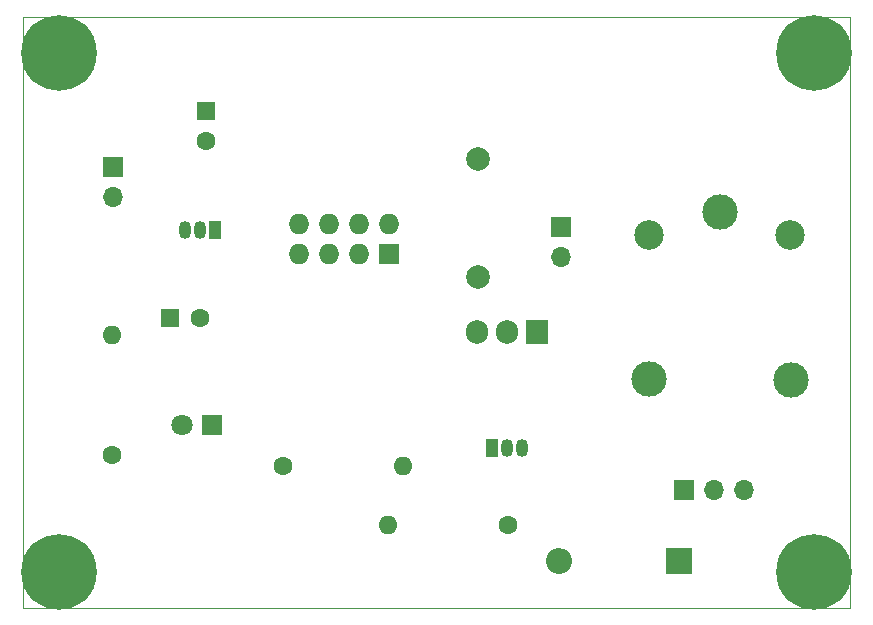
<source format=gbr>
%TF.GenerationSoftware,KiCad,Pcbnew,6.0.11-2627ca5db0~126~ubuntu20.04.1*%
%TF.CreationDate,2023-08-16T23:13:59-05:00*%
%TF.ProjectId,runLimiter,72756e4c-696d-4697-9465-722e6b696361,01*%
%TF.SameCoordinates,Original*%
%TF.FileFunction,Soldermask,Top*%
%TF.FilePolarity,Negative*%
%FSLAX46Y46*%
G04 Gerber Fmt 4.6, Leading zero omitted, Abs format (unit mm)*
G04 Created by KiCad (PCBNEW 6.0.11-2627ca5db0~126~ubuntu20.04.1) date 2023-08-16 23:13:59*
%MOMM*%
%LPD*%
G01*
G04 APERTURE LIST*
%TA.AperFunction,Profile*%
%ADD10C,0.100000*%
%TD*%
%ADD11C,6.400000*%
%ADD12C,1.600000*%
%ADD13O,1.600000X1.600000*%
%ADD14R,1.700000X1.700000*%
%ADD15O,1.700000X1.700000*%
%ADD16R,2.200000X2.200000*%
%ADD17O,2.200000X2.200000*%
%ADD18C,3.000000*%
%ADD19C,2.500000*%
%ADD20R,1.600000X1.600000*%
%ADD21R,1.050000X1.500000*%
%ADD22O,1.050000X1.500000*%
%ADD23R,1.905000X2.000000*%
%ADD24O,1.905000X2.000000*%
%ADD25R,1.800000X1.800000*%
%ADD26C,1.800000*%
%ADD27C,2.000000*%
%ADD28R,1.727200X1.727200*%
%ADD29O,1.727200X1.727200*%
G04 APERTURE END LIST*
D10*
X0Y0D02*
X70000000Y0D01*
X70000000Y0D02*
X70000000Y-50000000D01*
X70000000Y-50000000D02*
X0Y-50000000D01*
X0Y-50000000D02*
X0Y0D01*
D11*
%TO.C,REF\u002A\u002A*%
X3000000Y-3000000D03*
%TD*%
D12*
%TO.C,R3*%
X22000000Y-38000000D03*
D13*
X32160000Y-38000000D03*
%TD*%
D14*
%TO.C,J3*%
X55975000Y-40000000D03*
D15*
X58515000Y-40000000D03*
X61055000Y-40000000D03*
%TD*%
D16*
%TO.C,D2*%
X55500000Y-46000000D03*
D17*
X45340000Y-46000000D03*
%TD*%
D11*
%TO.C,REF\u002A\u002A*%
X3000000Y-47000000D03*
%TD*%
D18*
%TO.C,K1*%
X59000000Y-16500000D03*
D19*
X52950000Y-18450000D03*
D18*
X52950000Y-30650000D03*
X65000000Y-30700000D03*
D19*
X64950000Y-18450000D03*
%TD*%
D11*
%TO.C,REF\u002A\u002A*%
X67000000Y-47000000D03*
%TD*%
D14*
%TO.C,J1*%
X7590000Y-12700000D03*
D15*
X7590000Y-15240000D03*
%TD*%
D14*
%TO.C,J2*%
X45500000Y-17800000D03*
D15*
X45500000Y-20340000D03*
%TD*%
D20*
%TO.C,C2*%
X12460000Y-25500000D03*
D12*
X14960000Y-25500000D03*
%TD*%
%TO.C,R1*%
X7500000Y-37080000D03*
D13*
X7500000Y-26920000D03*
%TD*%
D21*
%TO.C,U1*%
X16270000Y-18000000D03*
D22*
X15000000Y-18000000D03*
X13730000Y-18000000D03*
%TD*%
D12*
%TO.C,R2*%
X41080000Y-43000000D03*
D13*
X30920000Y-43000000D03*
%TD*%
D23*
%TO.C,Q2*%
X43500000Y-26690000D03*
D24*
X40960000Y-26690000D03*
X38420000Y-26690000D03*
%TD*%
D25*
%TO.C,D1*%
X16000000Y-34500000D03*
D26*
X13460000Y-34500000D03*
%TD*%
D27*
%TO.C,C3*%
X38500000Y-12000000D03*
X38500000Y-22000000D03*
%TD*%
D28*
%TO.C,U2*%
X31000000Y-20040000D03*
D29*
X31000000Y-17500000D03*
X28460000Y-20040000D03*
X28460000Y-17500000D03*
X25920000Y-20040000D03*
X25920000Y-17500000D03*
X23380000Y-20040000D03*
X23380000Y-17500000D03*
%TD*%
D21*
%TO.C,Q1*%
X39690000Y-36501115D03*
D22*
X40960000Y-36501115D03*
X42230000Y-36501115D03*
%TD*%
D20*
%TO.C,C1*%
X15500000Y-7960000D03*
D12*
X15500000Y-10460000D03*
%TD*%
D11*
%TO.C,REF\u002A\u002A*%
X67000000Y-3000000D03*
%TD*%
M02*

</source>
